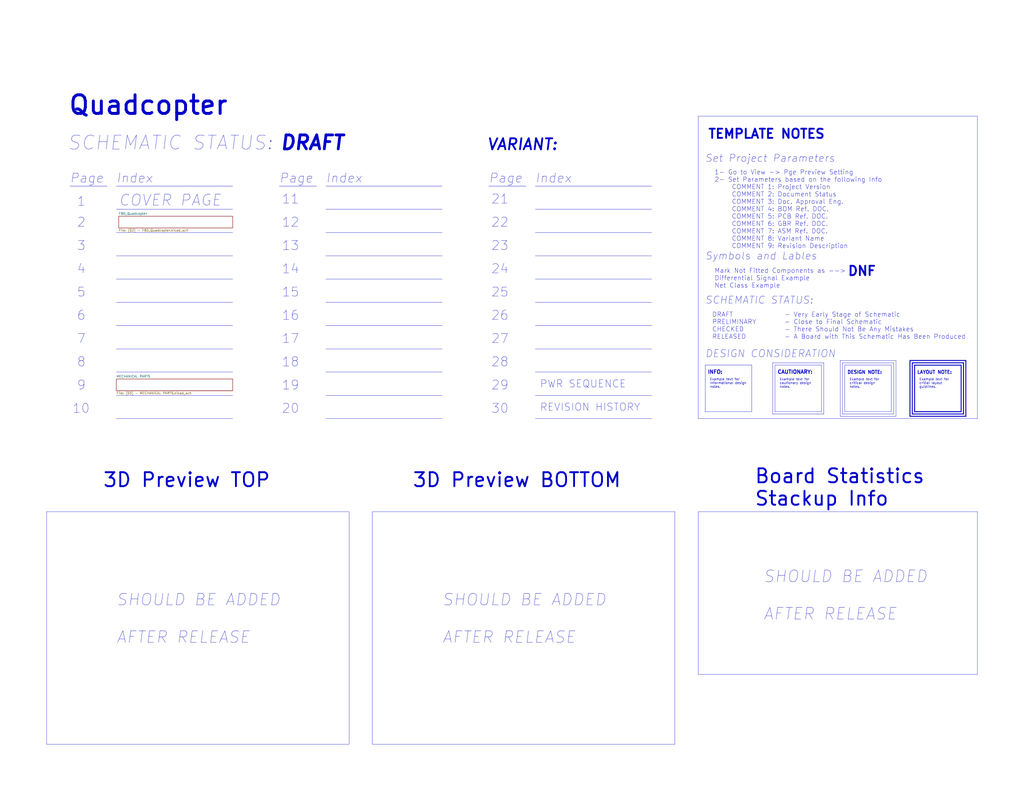
<source format=kicad_sch>
(kicad_sch
	(version 20231120)
	(generator "eeschema")
	(generator_version "8.0")
	(uuid "b8703f06-b3da-4de2-b217-f104939b36e8")
	(paper "C")
	(title_block
		(title "Quadcopter")
		(comment 2 "DRAFT")
	)
	(lib_symbols)
	(polyline
		(pts
			(xy 499.11 199.39) (xy 524.51 199.39)
		)
		(stroke
			(width 0.5)
			(type default)
		)
		(uuid "00e37cb3-2785-4bfa-98f4-0818f450a2df")
	)
	(polyline
		(pts
			(xy 410.21 199.39) (xy 410.21 224.79)
		)
		(stroke
			(width 0)
			(type default)
		)
		(uuid "09c93930-47fd-4c41-b25d-d1e5310e0b8b")
	)
	(polyline
		(pts
			(xy 486.41 224.79) (xy 461.01 224.79)
		)
		(stroke
			(width 0)
			(type default)
		)
		(uuid "133a49bb-f104-42f0-8b59-5e4108a2e2b8")
	)
	(polyline
		(pts
			(xy 458.47 227.33) (xy 488.95 227.33)
		)
		(stroke
			(width 0)
			(type default)
		)
		(uuid "164c07eb-96b0-4382-8c8c-44336a16536e")
	)
	(polyline
		(pts
			(xy 63.5 101.6) (xy 127 101.6)
		)
		(stroke
			(width 0)
			(type default)
		)
		(uuid "1a611d2e-5648-4fb1-800f-e7c678f96a7c")
	)
	(polyline
		(pts
			(xy 496.57 196.85) (xy 527.05 196.85)
		)
		(stroke
			(width 0.5)
			(type default)
		)
		(uuid "1afdf9fd-7ff4-40b3-9e28-50d4cc79434a")
	)
	(polyline
		(pts
			(xy 461.01 199.39) (xy 486.41 199.39)
		)
		(stroke
			(width 0)
			(type default)
		)
		(uuid "1da35af9-2515-4d1f-b572-25f856b5dd00")
	)
	(polyline
		(pts
			(xy 292.1 228.6) (xy 355.6 228.6)
		)
		(stroke
			(width 0)
			(type default)
		)
		(uuid "1dfca05c-6440-4718-981d-1d554d97a058")
	)
	(polyline
		(pts
			(xy 422.91 199.39) (xy 422.91 224.79)
		)
		(stroke
			(width 0)
			(type default)
		)
		(uuid "2442cc6d-de3f-44ee-b52e-077157abb905")
	)
	(polyline
		(pts
			(xy 497.84 198.12) (xy 497.84 226.06)
		)
		(stroke
			(width 0.5)
			(type default)
		)
		(uuid "273acd50-1ad1-46c4-b7f0-c93c5f86b814")
	)
	(polyline
		(pts
			(xy 422.91 199.39) (xy 448.31 199.39)
		)
		(stroke
			(width 0)
			(type default)
		)
		(uuid "3348c5c4-b9c3-4275-9c58-d7f0d98951fe")
	)
	(polyline
		(pts
			(xy 63.5 215.9) (xy 127 215.9)
		)
		(stroke
			(width 0)
			(type default)
		)
		(uuid "35167f8b-3ca9-4227-8ae5-49c0bc8fdffe")
	)
	(polyline
		(pts
			(xy 449.58 226.06) (xy 421.64 226.06)
		)
		(stroke
			(width 0)
			(type default)
		)
		(uuid "367231d9-3211-4da0-a633-643725b877d9")
	)
	(polyline
		(pts
			(xy 458.47 196.85) (xy 488.95 196.85)
		)
		(stroke
			(width 0)
			(type default)
		)
		(uuid "414187a7-bee7-4ae7-8669-55eaa6fc6e4c")
	)
	(polyline
		(pts
			(xy 524.51 199.39) (xy 524.51 224.79)
		)
		(stroke
			(width 0.5)
			(type default)
		)
		(uuid "415582f3-f109-43b6-bd53-a38c2cf930a1")
	)
	(polyline
		(pts
			(xy 177.8 114.3) (xy 241.3 114.3)
		)
		(stroke
			(width 0)
			(type default)
		)
		(uuid "474f332f-83c9-4ae7-a589-180fff457544")
	)
	(polyline
		(pts
			(xy 63.5 177.8) (xy 127 177.8)
		)
		(stroke
			(width 0)
			(type default)
		)
		(uuid "47544dba-e0d3-4f01-96e5-1881dfb608d7")
	)
	(polyline
		(pts
			(xy 63.5 152.4) (xy 127 152.4)
		)
		(stroke
			(width 0)
			(type default)
		)
		(uuid "4accde21-4e88-4e9e-a222-7c80bbb2f072")
	)
	(polyline
		(pts
			(xy 38.1 101.6) (xy 58.42 101.6)
		)
		(stroke
			(width 0)
			(type default)
		)
		(uuid "4b10894d-689d-4ec7-83f2-3b4a3a11df88")
	)
	(polyline
		(pts
			(xy 266.7 101.6) (xy 287.02 101.6)
		)
		(stroke
			(width 0)
			(type default)
		)
		(uuid "4e0d294f-aa8b-4406-8114-46bf49418244")
	)
	(polyline
		(pts
			(xy 449.58 198.12) (xy 449.58 226.06)
		)
		(stroke
			(width 0)
			(type default)
		)
		(uuid "50c36400-4c8f-4640-b702-f7f7f7dceb85")
	)
	(polyline
		(pts
			(xy 63.5 203.2) (xy 127 203.2)
		)
		(stroke
			(width 0)
			(type default)
		)
		(uuid "51969097-3191-47ac-8a19-e2505c9b3683")
	)
	(polyline
		(pts
			(xy 292.1 190.5) (xy 355.6 190.5)
		)
		(stroke
			(width 0)
			(type default)
		)
		(uuid "51efb36f-c45d-4d10-8728-fc0a5c886f53")
	)
	(polyline
		(pts
			(xy 292.1 139.7) (xy 355.6 139.7)
		)
		(stroke
			(width 0)
			(type default)
		)
		(uuid "54cf0b15-9da7-43c7-b8ad-573c1072471f")
	)
	(polyline
		(pts
			(xy 177.8 152.4) (xy 241.3 152.4)
		)
		(stroke
			(width 0)
			(type default)
		)
		(uuid "59ba3b56-6573-4f78-8471-4ff8b0d73584")
	)
	(polyline
		(pts
			(xy 421.64 198.12) (xy 449.58 198.12)
		)
		(stroke
			(width 0)
			(type default)
		)
		(uuid "5b2e3df3-91b9-4a6f-86cd-7898a429586a")
	)
	(polyline
		(pts
			(xy 292.1 165.1) (xy 355.6 165.1)
		)
		(stroke
			(width 0)
			(type default)
		)
		(uuid "5c12efe6-a472-4a3f-87b9-be96387f3acd")
	)
	(polyline
		(pts
			(xy 384.81 199.39) (xy 384.81 224.79)
		)
		(stroke
			(width 0)
			(type default)
		)
		(uuid "5ee9671c-276f-43db-b1e8-fd781cf89855")
	)
	(polyline
		(pts
			(xy 177.8 101.6) (xy 241.3 101.6)
		)
		(stroke
			(width 0)
			(type default)
		)
		(uuid "63fef4b0-c085-4603-81ba-239cdcb45e79")
	)
	(polyline
		(pts
			(xy 525.78 226.06) (xy 497.84 226.06)
		)
		(stroke
			(width 0.5)
			(type default)
		)
		(uuid "675d3f77-7750-42c9-b743-14e94944f84c")
	)
	(polyline
		(pts
			(xy 292.1 152.4) (xy 355.6 152.4)
		)
		(stroke
			(width 0)
			(type default)
		)
		(uuid "689ae481-e57f-4edd-b871-f5627d1b5d8d")
	)
	(polyline
		(pts
			(xy 486.41 199.39) (xy 486.41 224.79)
		)
		(stroke
			(width 0)
			(type default)
		)
		(uuid "6af020bb-0385-4325-80c0-14a9616ef6cd")
	)
	(polyline
		(pts
			(xy 525.78 198.12) (xy 525.78 226.06)
		)
		(stroke
			(width 0.5)
			(type default)
		)
		(uuid "724c6073-dac4-4ac6-820d-2cc9a3c84247")
	)
	(polyline
		(pts
			(xy 177.8 139.7) (xy 241.3 139.7)
		)
		(stroke
			(width 0)
			(type default)
		)
		(uuid "732c9b89-e236-4358-8ac7-12ea90b4e484")
	)
	(polyline
		(pts
			(xy 177.8 190.5) (xy 241.3 190.5)
		)
		(stroke
			(width 0)
			(type default)
		)
		(uuid "75da99cc-1425-4e0a-94e6-857a2ac4718b")
	)
	(polyline
		(pts
			(xy 177.8 203.2) (xy 241.3 203.2)
		)
		(stroke
			(width 0)
			(type default)
		)
		(uuid "7b90f662-836b-4596-bf55-36def2fcffbe")
	)
	(polyline
		(pts
			(xy 292.1 114.3) (xy 355.6 114.3)
		)
		(stroke
			(width 0)
			(type default)
		)
		(uuid "7d80d5f7-88ed-4d44-bdb1-8445d1fad744")
	)
	(polyline
		(pts
			(xy 458.47 196.85) (xy 458.47 227.33)
		)
		(stroke
			(width 0)
			(type default)
		)
		(uuid "7ea30755-f77f-42b9-a44e-5291958e4d50")
	)
	(polyline
		(pts
			(xy 488.95 196.85) (xy 488.95 227.33)
		)
		(stroke
			(width 0)
			(type default)
		)
		(uuid "84070fe3-de27-4d71-ad18-9f9546e20474")
	)
	(polyline
		(pts
			(xy 177.8 215.9) (xy 241.3 215.9)
		)
		(stroke
			(width 0)
			(type default)
		)
		(uuid "85620ccb-7509-4a08-bc12-8caf23921dfe")
	)
	(polyline
		(pts
			(xy 459.74 198.12) (xy 459.74 226.06)
		)
		(stroke
			(width 0)
			(type default)
		)
		(uuid "903a9999-3b08-4742-8dc1-0cb313e945d8")
	)
	(polyline
		(pts
			(xy 461.01 199.39) (xy 461.01 224.79)
		)
		(stroke
			(width 0)
			(type default)
		)
		(uuid "92db160a-6e9b-4ce2-8d41-8a36fefc08cb")
	)
	(polyline
		(pts
			(xy 497.84 198.12) (xy 525.78 198.12)
		)
		(stroke
			(width 0.5)
			(type default)
		)
		(uuid "98592222-3a0c-4de1-bb7c-7acf9a47cffe")
	)
	(polyline
		(pts
			(xy 421.64 198.12) (xy 421.64 226.06)
		)
		(stroke
			(width 0)
			(type default)
		)
		(uuid "99c4220c-1dac-469a-8895-8bc29a90f47b")
	)
	(polyline
		(pts
			(xy 63.5 139.7) (xy 127 139.7)
		)
		(stroke
			(width 0)
			(type default)
		)
		(uuid "9a625bc4-d256-4859-b71d-a949c0c92df7")
	)
	(polyline
		(pts
			(xy 459.74 198.12) (xy 487.68 198.12)
		)
		(stroke
			(width 0)
			(type default)
		)
		(uuid "9ae94a8a-eb9d-48b3-a1ca-3567de85ef3a")
	)
	(polyline
		(pts
			(xy 63.5 127) (xy 127 127)
		)
		(stroke
			(width 0)
			(type default)
		)
		(uuid "9ddc9405-5087-4ab5-bcd3-5e8fa3b666f6")
	)
	(polyline
		(pts
			(xy 63.5 114.3) (xy 127 114.3)
		)
		(stroke
			(width 0)
			(type default)
		)
		(uuid "a070ffe9-dc90-4b5c-bac7-88b4481f3e8a")
	)
	(polyline
		(pts
			(xy 524.51 224.79) (xy 499.11 224.79)
		)
		(stroke
			(width 0.5)
			(type default)
		)
		(uuid "a0c17c11-dcc5-4877-834f-6ea95660e07a")
	)
	(polyline
		(pts
			(xy 487.68 226.06) (xy 459.74 226.06)
		)
		(stroke
			(width 0)
			(type default)
		)
		(uuid "a1b3f908-7753-4e7c-b360-65dc1feb12a8")
	)
	(polyline
		(pts
			(xy 63.5 228.6) (xy 127 228.6)
		)
		(stroke
			(width 0)
			(type default)
		)
		(uuid "a24e6c86-c139-4e7a-88a7-e5a1d4688122")
	)
	(polyline
		(pts
			(xy 448.31 199.39) (xy 448.31 224.79)
		)
		(stroke
			(width 0)
			(type default)
		)
		(uuid "a52ff161-bda7-4439-a0d6-3692a9e77f04")
	)
	(polyline
		(pts
			(xy 496.57 196.85) (xy 496.57 227.33)
		)
		(stroke
			(width 0.5)
			(type default)
		)
		(uuid "a7a449f0-416d-4e2a-805f-7085afe434a7")
	)
	(polyline
		(pts
			(xy 177.8 165.1) (xy 241.3 165.1)
		)
		(stroke
			(width 0)
			(type default)
		)
		(uuid "b24fd2f2-6d36-433d-9531-1777a51f3b00")
	)
	(polyline
		(pts
			(xy 63.5 165.1) (xy 127 165.1)
		)
		(stroke
			(width 0)
			(type default)
		)
		(uuid "b8f99830-dab9-4a7a-a0a8-30d6b8cf4c46")
	)
	(polyline
		(pts
			(xy 527.05 196.85) (xy 527.05 227.33)
		)
		(stroke
			(width 0.5)
			(type default)
		)
		(uuid "ba15cd40-5ff9-4f67-9fe6-65427cbfbfe9")
	)
	(polyline
		(pts
			(xy 410.21 224.79) (xy 384.81 224.79)
		)
		(stroke
			(width 0)
			(type default)
		)
		(uuid "c044ff96-f493-4494-9555-10c953b3a35d")
	)
	(polyline
		(pts
			(xy 292.1 203.2) (xy 355.6 203.2)
		)
		(stroke
			(width 0)
			(type default)
		)
		(uuid "cc213b12-eab4-461b-92ad-e792e767c996")
	)
	(polyline
		(pts
			(xy 496.57 227.33) (xy 527.05 227.33)
		)
		(stroke
			(width 0.5)
			(type default)
		)
		(uuid "d0a37b89-6e6d-4412-9569-14bd4a082528")
	)
	(polyline
		(pts
			(xy 292.1 215.9) (xy 355.6 215.9)
		)
		(stroke
			(width 0)
			(type default)
		)
		(uuid "d27e8a21-2b4b-492b-b6dc-81c7dfd8dcb5")
	)
	(polyline
		(pts
			(xy 177.8 127) (xy 241.3 127)
		)
		(stroke
			(width 0)
			(type default)
		)
		(uuid "d8344c81-d9e2-43c7-b3ba-290ec40c28f7")
	)
	(polyline
		(pts
			(xy 292.1 177.8) (xy 355.6 177.8)
		)
		(stroke
			(width 0)
			(type default)
		)
		(uuid "ddab7d2a-b8c8-4ed6-b0b7-442db97f88ea")
	)
	(polyline
		(pts
			(xy 152.4 101.6) (xy 172.72 101.6)
		)
		(stroke
			(width 0)
			(type default)
		)
		(uuid "dfb954d3-3029-44c0-998d-4edfd5c99005")
	)
	(polyline
		(pts
			(xy 499.11 199.39) (xy 499.11 224.79)
		)
		(stroke
			(width 0.5)
			(type default)
		)
		(uuid "e77debad-f3c3-40d8-94a6-6f2152b499bf")
	)
	(polyline
		(pts
			(xy 487.68 198.12) (xy 487.68 226.06)
		)
		(stroke
			(width 0)
			(type default)
		)
		(uuid "e87198b7-34a9-4daa-80d6-6ae93f440cb9")
	)
	(polyline
		(pts
			(xy 292.1 127) (xy 355.6 127)
		)
		(stroke
			(width 0)
			(type default)
		)
		(uuid "e8857871-2332-4e9b-bbb4-1574a71c550d")
	)
	(polyline
		(pts
			(xy 63.5 190.5) (xy 127 190.5)
		)
		(stroke
			(width 0)
			(type default)
		)
		(uuid "e906170b-4f7e-45ac-8011-6ee45f499534")
	)
	(polyline
		(pts
			(xy 177.8 228.6) (xy 241.3 228.6)
		)
		(stroke
			(width 0)
			(type default)
		)
		(uuid "e9e14c76-649a-4b31-9b31-baa4393ac8c3")
	)
	(polyline
		(pts
			(xy 384.81 199.39) (xy 410.21 199.39)
		)
		(stroke
			(width 0)
			(type default)
		)
		(uuid "eb142c2d-3aeb-4a34-b7a4-aecda8988a29")
	)
	(polyline
		(pts
			(xy 177.8 177.8) (xy 241.3 177.8)
		)
		(stroke
			(width 0)
			(type default)
		)
		(uuid "f3bd1b1a-1216-4a69-9828-822e00356cac")
	)
	(polyline
		(pts
			(xy 292.1 101.6) (xy 355.6 101.6)
		)
		(stroke
			(width 0)
			(type default)
		)
		(uuid "f48a3cba-e838-426e-9498-9656076d6864")
	)
	(polyline
		(pts
			(xy 448.31 224.79) (xy 422.91 224.79)
		)
		(stroke
			(width 0)
			(type default)
		)
		(uuid "fbc4e366-5d4c-4248-8755-d71e1724415a")
	)
	(rectangle
		(start 25.4 279.4)
		(end 190.5 406.4)
		(stroke
			(width 0)
			(type default)
		)
		(fill
			(type none)
		)
		(uuid 34dc0ef2-3c56-44cb-9071-c29f64df29c2)
	)
	(rectangle
		(start 381 279.4)
		(end 533.4 368.3)
		(stroke
			(width 0)
			(type default)
		)
		(fill
			(type none)
		)
		(uuid 4384f992-4a04-48e8-8ddc-f374917d3a1a)
	)
	(rectangle
		(start 381 63.5)
		(end 533.4 228.6)
		(stroke
			(width 0)
			(type default)
		)
		(fill
			(type none)
		)
		(uuid 9438a379-30e6-4c7a-a736-e95f0ee8d047)
	)
	(rectangle
		(start 203.2 279.4)
		(end 368.3 406.4)
		(stroke
			(width 0)
			(type default)
		)
		(fill
			(type none)
		)
		(uuid fed9ee0b-6f9b-4dc5-9851-e44e905717d8)
	)
	(text "8"
		(exclude_from_sim no)
		(at 41.91 200.66 0)
		(effects
			(font
				(size 5 5)
			)
			(justify left bottom)
		)
		(uuid "06bf358e-a31a-44dc-860c-c91e5b2c3d6e")
	)
	(text "6"
		(exclude_from_sim no)
		(at 41.91 175.26 0)
		(effects
			(font
				(size 5 5)
			)
			(justify left bottom)
		)
		(uuid "06f0907f-9d87-46e3-8515-b895d8fbc297")
	)
	(text "1- Go to View -> Pge Preview Setting\n2- Set Parameters based on the following Info\n	COMMENT 1: Project Version\n	COMMENT 2: Document Status\n	COMMENT 3: Doc. Approval Eng.\n	COMMENT 4: BOM Ref. DOC.\n	COMMENT 5: PCB Ref. DOC.\n	COMMENT 6: GBR Ref. DOC.\n	COMMENT 7: ASM Ref. DOC.\n	COMMENT 8: Variant Name\n	COMMENT 9: Revision Description "
		(exclude_from_sim no)
		(at 389.89 135.89 0)
		(effects
			(font
				(size 2.5 2.5)
			)
			(justify left bottom)
		)
		(uuid "0ec5c4be-c004-43e8-bb7c-3746437b92e5")
	)
	(text "Set Project Parameters"
		(exclude_from_sim no)
		(at 384.81 88.9 0)
		(effects
			(font
				(size 4 4)
				(italic yes)
			)
			(justify left bottom)
		)
		(uuid "1818ee00-2bab-4815-a82f-92ca98d61fcf")
	)
	(text "16"
		(exclude_from_sim no)
		(at 153.67 175.26 0)
		(effects
			(font
				(size 5 5)
			)
			(justify left bottom)
		)
		(uuid "194afa73-f405-49bc-baf0-40223ae092c9")
	)
	(text "SHOULD BE ADDED\n\nAFTER RELEASE"
		(exclude_from_sim no)
		(at 241.3 351.79 0)
		(effects
			(font
				(size 6.35 6.35)
				(italic yes)
			)
			(justify left bottom)
		)
		(uuid "1b376148-3151-47e8-80a0-4787dd813761")
	)
	(text "23"
		(exclude_from_sim no)
		(at 267.97 137.16 0)
		(effects
			(font
				(size 5 5)
			)
			(justify left bottom)
		)
		(uuid "1f377714-ba81-47ce-ad71-c421e07d5ad5")
	)
	(text "19"
		(exclude_from_sim no)
		(at 153.67 213.36 0)
		(effects
			(font
				(size 5 5)
			)
			(justify left bottom)
		)
		(uuid "21afa10b-e1ae-4bfa-9b3d-82d90e77e36b")
	)
	(text "4"
		(exclude_from_sim no)
		(at 41.91 149.86 0)
		(effects
			(font
				(size 5 5)
			)
			(justify left bottom)
		)
		(uuid "2486139f-2922-45df-a23f-1612f5671830")
	)
	(text "TEMPLATE NOTES"
		(exclude_from_sim no)
		(at 386.08 76.2 0)
		(effects
			(font
				(size 5 5)
				(bold yes)
			)
			(justify left bottom)
		)
		(uuid "286fe643-a956-438e-84d9-2742f719ed52")
	)
	(text "15"
		(exclude_from_sim no)
		(at 153.67 162.56 0)
		(effects
			(font
				(size 5 5)
			)
			(justify left bottom)
		)
		(uuid "2e1ac712-87b9-4449-a377-08d37862be16")
	)
	(text "VARIANT: ${COMMENT8}"
		(exclude_from_sim no)
		(at 265.43 82.55 0)
		(effects
			(font
				(size 6 6)
				(thickness 1)
				(bold yes)
				(italic yes)
			)
			(justify left bottom)
		)
		(uuid "2f9bf36e-765b-4a21-95db-64b55b1acd91")
	)
	(text "${COMMENT2}"
		(exclude_from_sim no)
		(at 152.4 82.55 0)
		(effects
			(font
				(size 7.62 7.62)
				(thickness 1.524)
				(bold yes)
				(italic yes)
			)
			(justify left bottom)
		)
		(uuid "306c30d5-cb17-4d25-8cd6-8e26832f33d2")
	)
	(text "10"
		(exclude_from_sim no)
		(at 39.37 226.06 0)
		(effects
			(font
				(size 5 5)
			)
			(justify left bottom)
		)
		(uuid "394c984e-276d-4918-a54b-bf214008c0e8")
	)
	(text "11"
		(exclude_from_sim no)
		(at 153.67 111.76 0)
		(effects
			(font
				(size 5 5)
			)
			(justify left bottom)
		)
		(uuid "41355c7e-ed60-4b2c-822a-2fa59323ee4d")
	)
	(text "3D Preview BOTTOM"
		(exclude_from_sim no)
		(at 224.79 266.7 0)
		(effects
			(font
				(size 7.62 7.62)
				(thickness 1.016)
				(bold yes)
			)
			(justify left bottom)
		)
		(uuid "499dbb04-9c6c-4cfc-b492-61f306a10a1c")
	)
	(text "24"
		(exclude_from_sim no)
		(at 267.97 149.86 0)
		(effects
			(font
				(size 5 5)
			)
			(justify left bottom)
		)
		(uuid "4bd4dd7e-b3b0-4c68-bf95-ca208ed7c41a")
	)
	(text "3"
		(exclude_from_sim no)
		(at 41.91 137.16 0)
		(effects
			(font
				(size 5 5)
			)
			(justify left bottom)
		)
		(uuid "5582b0ef-53d1-4e43-880d-31665b1e25ab")
	)
	(text "Index"
		(exclude_from_sim no)
		(at 177.8 100.33 0)
		(effects
			(font
				(size 5 5)
				(italic yes)
			)
			(justify left bottom)
		)
		(uuid "57054515-4ef4-4339-9aa8-5c25507a4460")
	)
	(text "21"
		(exclude_from_sim no)
		(at 267.97 111.76 0)
		(effects
			(font
				(size 5 5)
			)
			(justify left bottom)
		)
		(uuid "621dbfbf-3c4f-4b10-b365-59dcfb6bb91c")
	)
	(text "5"
		(exclude_from_sim no)
		(at 41.91 162.56 0)
		(effects
			(font
				(size 5 5)
			)
			(justify left bottom)
		)
		(uuid "6259519c-3b49-4b69-8608-bca1308e85e4")
	)
	(text "3D Preview TOP"
		(exclude_from_sim no)
		(at 55.88 266.7 0)
		(effects
			(font
				(size 7.62 7.62)
				(thickness 1.016)
				(bold yes)
			)
			(justify left bottom)
		)
		(uuid "6847932b-b22e-489a-a1a3-4766b3fd0c4a")
	)
	(text "Example text for\ncritical design \nnotes."
		(exclude_from_sim no)
		(at 463.55 212.09 0)
		(effects
			(font
				(size 1.27 1.27)
			)
			(justify left bottom)
		)
		(uuid "6967d459-aa2b-487c-98ce-934e2c1376c7")
	)
	(text "Page"
		(exclude_from_sim no)
		(at 38.1 100.33 0)
		(effects
			(font
				(size 5 5)
				(italic yes)
			)
			(justify left bottom)
		)
		(uuid "6f6e7e81-f850-42c0-bb22-0013b8ae1414")
	)
	(text "Symbols and Lables"
		(exclude_from_sim no)
		(at 384.81 142.24 0)
		(effects
			(font
				(size 4 4)
				(italic yes)
			)
			(justify left bottom)
		)
		(uuid "7a79d4e0-67c9-45d8-8ecf-79d771ce730e")
	)
	(text "SHOULD BE ADDED\n\nAFTER RELEASE"
		(exclude_from_sim no)
		(at 416.56 339.09 0)
		(effects
			(font
				(size 6.35 6.35)
				(italic yes)
			)
			(justify left bottom)
		)
		(uuid "7b4e7a5d-4d0a-452c-9faa-ef3f4d426187")
	)
	(text "PWR SEQUENCE"
		(exclude_from_sim no)
		(at 294.64 212.09 0)
		(effects
			(font
				(size 4 4)
			)
			(justify left bottom)
		)
		(uuid "858561a6-e03b-49d9-aefd-d94355502cde")
	)
	(text "7"
		(exclude_from_sim no)
		(at 41.91 187.96 0)
		(effects
			(font
				(size 5 5)
			)
			(justify left bottom)
		)
		(uuid "85e482f7-4606-4551-8769-8104b303f6eb")
	)
	(text "Board Statistics \nStackup Info"
		(exclude_from_sim no)
		(at 411.48 276.86 0)
		(effects
			(font
				(size 7.62 7.62)
				(thickness 1.016)
				(bold yes)
			)
			(justify left bottom)
		)
		(uuid "86a005b0-91be-4a01-9250-6ee444ec93ff")
	)
	(text "2\n"
		(exclude_from_sim no)
		(at 41.91 124.46 0)
		(effects
			(font
				(size 5 5)
			)
			(justify left bottom)
		)
		(uuid "874a1a02-a2c0-4ade-8da0-2a54d863f83d")
	)
	(text "Index"
		(exclude_from_sim no)
		(at 292.1 100.33 0)
		(effects
			(font
				(size 5 5)
				(italic yes)
			)
			(justify left bottom)
		)
		(uuid "888128f6-c0da-4578-9855-2c7de679f4e5")
	)
	(text "13"
		(exclude_from_sim no)
		(at 153.67 137.16 0)
		(effects
			(font
				(size 5 5)
			)
			(justify left bottom)
		)
		(uuid "88902aba-c1df-49e3-bfcf-6059f037d469")
	)
	(text "${ISSUE_DATE}"
		(exclude_from_sim no)
		(at 265.43 69.85 0)
		(effects
			(font
				(size 6 6)
				(bold yes)
			)
			(justify left bottom)
		)
		(uuid "8c79d614-236f-4848-ac5b-655d0c963bb1")
	)
	(text "12"
		(exclude_from_sim no)
		(at 153.67 124.46 0)
		(effects
			(font
				(size 5 5)
			)
			(justify left bottom)
		)
		(uuid "8d361c44-8c43-47ae-bb5e-6bd774a0c2e6")
	)
	(text "Example text for\nInformational design\nnotes."
		(exclude_from_sim no)
		(at 387.35 212.09 0)
		(effects
			(font
				(size 1.27 1.27)
			)
			(justify left bottom)
		)
		(uuid "8ea487b9-fbae-42a4-b97c-cde4ebb4ff85")
	)
	(text "29"
		(exclude_from_sim no)
		(at 267.97 213.36 0)
		(effects
			(font
				(size 5 5)
			)
			(justify left bottom)
		)
		(uuid "8fa261aa-8931-49f8-b2ab-1fb375348f79")
	)
	(text "CAUTIONARY:"
		(exclude_from_sim no)
		(at 424.18 204.47 0)
		(effects
			(font
				(size 2 2)
				(bold yes)
			)
			(justify left bottom)
		)
		(uuid "94708aa0-aa4d-4783-9fd6-924c30d0a984")
	)
	(text "SCHEMATIC STATUS: "
		(exclude_from_sim no)
		(at 36.83 82.55 0)
		(effects
			(font
				(size 7.62 7.62)
				(italic yes)
			)
			(justify left bottom)
		)
		(uuid "960c3cd7-d596-4d46-b25c-021d23d7597a")
	)
	(text "28"
		(exclude_from_sim no)
		(at 267.97 200.66 0)
		(effects
			(font
				(size 5 5)
			)
			(justify left bottom)
		)
		(uuid "9ebc8867-0d39-4f7e-be59-d280c4d36b7b")
	)
	(text "${TITLE}"
		(exclude_from_sim no)
		(at 36.83 63.5 0)
		(effects
			(font
				(size 10.16 10.16)
				(thickness 1.6)
				(bold yes)
			)
			(justify left bottom)
		)
		(uuid "a27b0c6b-cfaa-4405-ae79-1ec0422b714c")
	)
	(text "Example text for\ncritial layout\nguidlines."
		(exclude_from_sim no)
		(at 501.65 212.09 0)
		(effects
			(font
				(size 1.27 1.27)
			)
			(justify left bottom)
		)
		(uuid "a55b7914-26c3-4f4f-bf82-290ea0a23d1c")
	)
	(text "27"
		(exclude_from_sim no)
		(at 267.97 187.96 0)
		(effects
			(font
				(size 5 5)
			)
			(justify left bottom)
		)
		(uuid "a67c0875-f483-4488-8f46-8cdfa514a53f")
	)
	(text "Page"
		(exclude_from_sim no)
		(at 152.4 100.33 0)
		(effects
			(font
				(size 5 5)
				(italic yes)
			)
			(justify left bottom)
		)
		(uuid "a7b66d8f-7858-42b6-9e7b-2169a8dd9aa2")
	)
	(text "${REVISION}"
		(exclude_from_sim no)
		(at 265.43 58.42 0)
		(effects
			(font
				(size 6 6)
				(bold yes)
				(italic yes)
			)
			(justify left bottom)
		)
		(uuid "a8b3aa21-0139-4d1e-afba-7a703f7105d1")
	)
	(text "REVISION HISTORY"
		(exclude_from_sim no)
		(at 294.64 224.79 0)
		(effects
			(font
				(size 4 4)
			)
			(justify left bottom)
		)
		(uuid "afac7734-b51c-4bc0-9df7-7166f8eb3065")
	)
	(text "25"
		(exclude_from_sim no)
		(at 267.97 162.56 0)
		(effects
			(font
				(size 5 5)
			)
			(justify left bottom)
		)
		(uuid "b0e6d4b6-9482-4e3e-834b-1793a6864240")
	)
	(text "Page"
		(exclude_from_sim no)
		(at 266.7 100.33 0)
		(effects
			(font
				(size 5 5)
				(italic yes)
			)
			(justify left bottom)
		)
		(uuid "b8dc144c-055a-4a8b-b5b9-d0b56d20be79")
	)
	(text "22"
		(exclude_from_sim no)
		(at 267.97 124.46 0)
		(effects
			(font
				(size 5 5)
			)
			(justify left bottom)
		)
		(uuid "be76f463-41ff-42f9-b207-94a47795d769")
	)
	(text "26"
		(exclude_from_sim no)
		(at 267.97 175.26 0)
		(effects
			(font
				(size 5 5)
			)
			(justify left bottom)
		)
		(uuid "bf348496-d8e6-4098-be22-70e7b1bd28f1")
	)
	(text "18"
		(exclude_from_sim no)
		(at 153.67 200.66 0)
		(effects
			(font
				(size 5 5)
			)
			(justify left bottom)
		)
		(uuid "c109b44c-911a-46b0-a3d7-8cce44593340")
	)
	(text "SCHEMATIC STATUS:"
		(exclude_from_sim no)
		(at 384.81 166.37 0)
		(effects
			(font
				(size 4 4)
				(italic yes)
			)
			(justify left bottom)
		)
		(uuid "c4cc1d6d-9fbd-40d8-a8ca-c5aa8beac486")
	)
	(text "INFO:"
		(exclude_from_sim no)
		(at 386.08 204.47 0)
		(effects
			(font
				(size 2 2)
				(thickness 0.4)
				(bold yes)
			)
			(justify left bottom)
		)
		(uuid "c54bd0c4-e76b-490c-9e27-a1f1a17e1cdc")
	)
	(text "17"
		(exclude_from_sim no)
		(at 153.67 187.96 0)
		(effects
			(font
				(size 5 5)
			)
			(justify left bottom)
		)
		(uuid "c910cb80-d764-46b7-9402-3a164d752e4c")
	)
	(text "DESIGN NOTE:"
		(exclude_from_sim no)
		(at 462.28 204.47 0)
		(effects
			(font
				(size 1.8 1.8)
				(bold yes)
			)
			(justify left bottom)
		)
		(uuid "d0217863-1791-4958-ab98-016f88161a72")
	)
	(text "DNF"
		(exclude_from_sim no)
		(at 462.28 151.13 0)
		(effects
			(font
				(size 5.08 5.08)
				(thickness 1.016)
				(bold yes)
			)
			(justify left bottom)
		)
		(uuid "d0b4e2d7-4f84-47be-95b9-0ed31896db8e")
	)
	(text "Mark Not Fitted Components as -->\nDifferential Signal Example\nNet Class Example"
		(exclude_from_sim no)
		(at 389.89 157.48 0)
		(effects
			(font
				(size 2.5 2.5)
			)
			(justify left bottom)
		)
		(uuid "d156c92b-907a-4425-9f71-37ac95be73f7")
	)
	(text "SHOULD BE ADDED\n\nAFTER RELEASE"
		(exclude_from_sim no)
		(at 63.5 351.79 0)
		(effects
			(font
				(size 6.35 6.35)
				(italic yes)
			)
			(justify left bottom)
		)
		(uuid "d9981abc-cfe5-4f5a-9aeb-d02d6cc416d2")
	)
	(text "Index"
		(exclude_from_sim no)
		(at 63.5 100.33 0)
		(effects
			(font
				(size 5 5)
				(italic yes)
			)
			(justify left bottom)
		)
		(uuid "dbea59ac-bc95-48a5-8c0c-7b06a02afe40")
	)
	(text "30"
		(exclude_from_sim no)
		(at 267.97 226.06 0)
		(effects
			(font
				(size 5 5)
			)
			(justify left bottom)
		)
		(uuid "e1614410-5c2f-431e-b1b3-4ef096b842b7")
	)
	(text "14"
		(exclude_from_sim no)
		(at 153.67 149.86 0)
		(effects
			(font
				(size 5 5)
			)
			(justify left bottom)
		)
		(uuid "e2cd50a8-5210-4235-af28-a5607767efb1")
	)
	(text "20"
		(exclude_from_sim no)
		(at 153.67 226.06 0)
		(effects
			(font
				(size 5 5)
			)
			(justify left bottom)
		)
		(uuid "e795ef24-c2e3-4be9-b6c5-9d89cf88315f")
	)
	(text "LAYOUT NOTE:"
		(exclude_from_sim no)
		(at 500.38 204.47 0)
		(effects
			(font
				(size 1.8 1.8)
				(bold yes)
			)
			(justify left bottom)
		)
		(uuid "e86c18e5-5069-4ee6-8cde-fd8f2e5e9b96")
	)
	(text "9"
		(exclude_from_sim no)
		(at 41.91 213.36 0)
		(effects
			(font
				(size 5 5)
			)
			(justify left bottom)
		)
		(uuid "ebfd49a5-5305-460d-b65f-82a464eceae2")
	)
	(text "DRAFT 			- Very Early Stage of Schematic\nPRELIMINARY 	- Close to Final Schematic\nCHECKED 		- There Should Not Be Any Mistakes\nRELEASED 		- A Board with This Schematic Has Been Produced"
		(exclude_from_sim no)
		(at 388.62 185.42 0)
		(effects
			(font
				(size 2.5 2.5)
			)
			(justify left bottom)
		)
		(uuid "ec54a52d-17ae-4356-9cad-6a88db1ccee7")
	)
	(text "COVER PAGE"
		(exclude_from_sim no)
		(at 64.77 113.03 0)
		(effects
			(font
				(size 6 6)
				(italic yes)
			)
			(justify left bottom)
		)
		(uuid "ee1df0e6-345f-43a2-b86d-d87684334afc")
	)
	(text "1"
		(exclude_from_sim no)
		(at 41.91 113.03 0)
		(effects
			(font
				(size 5 5)
			)
			(justify left bottom)
		)
		(uuid "f4d784d1-d8a7-41d0-b878-52fa937f86f5")
	)
	(text "Example text for\ncautionary design\nnotes."
		(exclude_from_sim no)
		(at 425.45 212.09 0)
		(effects
			(font
				(size 1.27 1.27)
			)
			(justify left bottom)
		)
		(uuid "f6fa9629-3da9-4af0-87ef-a81c1f6226be")
	)
	(text "DESIGN CONSIDERATION"
		(exclude_from_sim no)
		(at 384.81 195.58 0)
		(effects
			(font
				(size 4 4)
				(italic yes)
			)
			(justify left bottom)
		)
		(uuid "ffe28b43-be42-4dad-9883-b15a59d334cc")
	)
	(sheet
		(at 64.77 118.11)
		(size 62.23 6.35)
		(fields_autoplaced yes)
		(stroke
			(width 0.1524)
			(type solid)
		)
		(fill
			(color 0 0 0 0.0000)
		)
		(uuid "6184e84e-040e-4878-8152-76cf0b949e21")
		(property "Sheetname" "FBD_Quadcopter"
			(at 64.77 117.3984 0)
			(effects
				(font
					(size 1.27 1.27)
				)
				(justify left bottom)
			)
		)
		(property "Sheetfile" "[02] - FBD_Quadcopter.kicad_sch"
			(at 64.77 125.0446 0)
			(effects
				(font
					(size 1.27 1.27)
				)
				(justify left top)
			)
		)
		(instances
			(project "_Sub_HW_Qcopter"
				(path "/b8703f06-b3da-4de2-b217-f104939b36e8"
					(page "2")
				)
			)
		)
	)
	(sheet
		(at 63.5 207.01)
		(size 63.5 6.35)
		(fields_autoplaced yes)
		(stroke
			(width 0.1524)
			(type solid)
		)
		(fill
			(color 0 0 0 0.0000)
		)
		(uuid "ca9cd294-4e54-4f83-9259-ff37ab8c6d85")
		(property "Sheetname" "MECHANICAL PARTS"
			(at 63.5 206.2984 0)
			(effects
				(font
					(size 1.27 1.27)
				)
				(justify left bottom)
			)
		)
		(property "Sheetfile" "[03] - MECHANICAL PARTS.kicad_sch"
			(at 63.5 213.9446 0)
			(effects
				(font
					(size 1.27 1.27)
				)
				(justify left top)
			)
		)
		(instances
			(project "_Sub_HW_Qcopter"
				(path "/b8703f06-b3da-4de2-b217-f104939b36e8"
					(page "24")
				)
			)
		)
	)
	(sheet_instances
		(path "/"
			(page "1")
		)
	)
)
</source>
